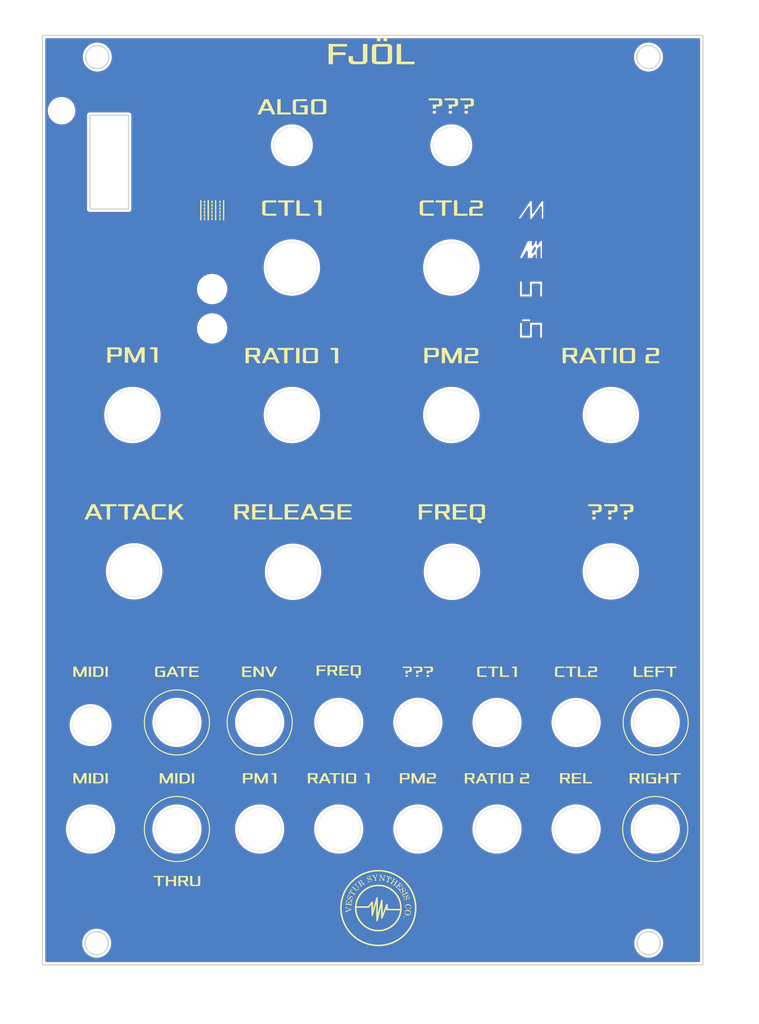
<source format=kicad_pcb>
(kicad_pcb (version 20211014) (generator pcbnew)
  (layers (0 "F.Cu" signal) (31 "B.Cu" signal) (34 "B.Paste" user) (35 "F.Paste" user) (36 "B.SilkS" user "B.Silkscreen") (37 "F.SilkS" user "F.Silkscreen") (38 "B.Mask" user) (39 "F.Mask" user) (44 "Edge.Cuts" user))
  (net 0 "")
  (footprint "vestur-logo:right" (layer "F.Cu") (at 176.098667 113.243528)
    (fp_text reference "G***" hide)
    (fp_text value "LOGO" hide)
  )
  (footprint "vestur-logo:logo-xxsmall" (layer "F.Cu") (at 137.895285 131.1021)
    (fp_text reference "G***" hide)
    (fp_text value "LOGO" hide)
  )
  (footprint "vestur-logo:pm1" (layer "F.Cu") (at 103.8279 54.7175)
    (fp_text reference "G***" hide)
    (fp_text value "LOGO" hide)
  )
  (footprint "vestur-logo:ratio1" (layer "F.Cu") (at 125.864083 54.804161)
    (fp_text reference "G***" hide)
    (fp_text value "LOGO" hide)
  )
  (footprint "vestur-logo:pm2" (layer "F.Cu") (at 147.906615 54.804161)
    (fp_text reference "G***" hide)
    (fp_text value "LOGO" hide)
  )
  (footprint "vestur-logo:ratio2" (layer "F.Cu") (at 169.9768 54.80388)
    (fp_text reference "G***" hide)
    (fp_text value "LOGO" hide)
  )
  (footprint "vestur-logo:release" (layer "F.Cu") (at 126.032 76.406927)
    (fp_text reference "G***" hide)
    (fp_text value "LOGO" hide)
  )
  (footprint "vestur-logo:attack" (layer "F.Cu") (at 104.064119 76.413676)
    (fp_text reference "G***" hide)
    (fp_text value "LOGO" hide)
  )
  (footprint "vestur-logo:freq" (layer "F.Cu") (at 147.995542 76.673539)
    (fp_text reference "G***" hide)
    (fp_text value "LOGO" hide)
  )
  (footprint "vestur-logo:???" (layer "F.Cu") (at 169.960825 76.413777)
    (fp_text reference "G***" hide)
    (fp_text value "LOGO" hide)
  )
  (footprint "vestur-logo:ctl1" (layer "F.Cu") (at 125.860175 34.414633)
    (fp_text reference "G***" hide)
    (fp_text value "LOGO" hide)
  )
  (footprint "vestur-logo:ctl2" (layer "F.Cu") (at 147.907375 34.414633)
    (fp_text reference "G***" hide)
    (fp_text value "LOGO" hide)
  )
  (footprint "vestur-logo:???" (layer "F.Cu") (at 147.909791 20.305177)
    (fp_text reference "G***" hide)
    (fp_text value "LOGO" hide)
  )
  (footprint "vestur-logo:algo" (layer "F.Cu") (at 125.872995 20.419458)
    (fp_text reference "G***" hide)
    (fp_text value "LOGO" hide)
  )
  (footprint "vestur-logo:gate" (layer "F.Cu") (at 109.973586 98.511233)
    (fp_text reference "G***" hide)
    (fp_text value "LOGO" hide)
  )
  (footprint "vestur-logo:env" (layer "F.Cu") (at 121.417505 98.511233)
    (fp_text reference "G***" hide)
    (fp_text value "LOGO" hide)
  )
  (footprint "vestur-logo:ctl1-small" (layer "F.Cu") (at 154.222226 98.511233)
    (fp_text reference "G***" hide)
    (fp_text value "LOGO" hide)
  )
  (footprint "vestur-logo:ctl2-small" (layer "F.Cu") (at 165.159386 98.511233)
    (fp_text reference "G***" hide)
    (fp_text value "LOGO" hide)
  )
  (footprint "vestur-logo:left" (layer "F.Cu") (at 176.1029 98.511233)
    (fp_text reference "G***" hide)
    (fp_text value "LOGO" hide)
  )
  (footprint "vestur-logo:midi" (layer "F.Cu") (at 98.038542 113.243233)
    (fp_text reference "G***" hide)
    (fp_text value "LOGO" hide)
  )
  (footprint "vestur-logo:midi" (layer "F.Cu") (at 109.975702 113.243233)
    (fp_text reference "G***" hide)
    (fp_text value "LOGO" hide)
  )
  (footprint "vestur-logo:thru" (layer "F.Cu") (at 109.97554 127.443506)
    (fp_text reference "G***" hide)
    (fp_text value "LOGO" hide)
  )
  (footprint "vestur-logo:pm1-small" (layer "F.Cu") (at 121.417096 113.243572)
    (fp_text reference "G***" hide)
    (fp_text value "LOGO" hide)
  )
  (footprint "vestur-logo:ratio1-small" (layer "F.Cu") (at 132.350023 113.243518)
    (fp_text reference "G***" hide)
    (fp_text value "LOGO" hide)
  )
  (footprint "vestur-logo:pm2-small" (layer "F.Cu") (at 143.287183 113.243518)
    (fp_text reference "G***" hide)
    (fp_text value "LOGO" hide)
  )
  (footprint "vestur-logo:ratio2-small" (layer "F.Cu") (at 154.228576 113.24333)
    (fp_text reference "G***" hide)
    (fp_text value "LOGO" hide)
  )
  (footprint "vestur-logo:rel" (layer "F.Cu") (at 165.161503 113.243518)
    (fp_text reference "G***" hide)
    (fp_text value "LOGO" hide)
  )
  (footprint "vestur-logo:???-small" (layer "F.Cu") (at 143.289299 98.511596)
    (fp_text reference "G***" hide)
    (fp_text value "LOGO" hide)
  )
  (footprint "vestur-logo:freq-small" (layer "F.Cu") (at 132.350501 98.511571)
    (fp_text reference "G***" hide)
    (fp_text value "LOGO" hide)
  )
  (footprint "vestur-logo:fjol" (layer "F.Cu") (at 136.883232 12.7127)
    (fp_text reference "G***" hide)
    (fp_text value "LOGO" hide)
  )
  (footprint "vestur-logo:midi" (layer "F.Cu") (at 98.038542 98.511233)
    (fp_text reference "G***" hide)
    (fp_text value "LOGO" hide)
  )
  (footprint "vestur-logo:spread" (layer "F.Cu") (at 114.85 34.698931)
    (fp_text reference "G***" hide)
    (fp_text value "LOGO" hide)
  )
  (footprint "vestur-logo:pwm-solderm" (layer "F.Cu") (at 158.934233 51.048117)
    (fp_text reference "G***" hide)
    (fp_text value "LOGO" hide)
    (zone (net 0) (net_name "") (layers F&B.Cu) (connect_pads (clearance 0)) (min_thickness 0.254)
      (keepout (tracks not_allowed) (vias not_allowed) (pads not_allowed) (copperpour not_allowed) (footprints allowed))
      (fill (thermal_gap 0.508) (thermal_bridge_width 0.508))
      (polygon (pts (xy 158.807233 50.053284) (xy 157.706566 50.053284) (xy 157.706566 49.799284) (xy 158.807233 49.799284)))
    )
    (zone (net 0) (net_name "") (layers F&B.Cu) (connect_pads (clearance 0)) (min_thickness 0.254)
      (keepout (tracks not_allowed) (vias not_allowed) (pads not_allowed) (copperpour not_allowed) (footprints allowed))
      (fill (thermal_gap 0.508) (thermal_bridge_width 0.508))
      (polygon (pts (xy 160.458233 52.318117) (xy 160.204697 52.318117) (xy 160.199173 51.434409) (xy 160.193649 50.5507) (xy 159.627441 50.545063) (xy 159.061233 50.539425) (xy 159.061233 52.318117) (xy 157.410233 52.318117) (xy 157.410233 50.286117) (xy 157.663768 50.286117) (xy 157.669292 51.169825) (xy 157.674816 52.053534) (xy 158.796649 52.053534) (xy 158.802166 51.164534) (xy 158.807684 50.275534) (xy 160.458233 50.275534)))
    )
  )
  (footprint "vestur-logo:saw-solderm" (layer "F.Cu") (at 158.934733 34.675)
    (fp_text reference "G***" hide)
    (fp_text value "LOGO" hide)
    (zone (net 0) (net_name "") (layers F&B.Cu) (connect_pads (clearance 0)) (min_thickness 0.254)
      (keepout (tracks not_allowed) (vias not_allowed) (pads not_allowed) (copperpour not_allowed) (footprints allowed))
      (fill (thermal_gap 0.508) (thermal_bridge_width 0.508))
      (polygon (pts (xy 160.628066 35.8815) (xy 160.41681 35.8815) (xy 160.405816 33.87561) (xy 159.719544 34.878555) (xy 159.033271 35.8815) (xy 158.82931 35.8815) (xy 158.823813 34.873844) (xy 158.818316 33.866189) (xy 158.1304 34.873517) (xy 158.004477 35.057635) (xy 157.885639 35.230869) (xy 157.776025 35.390134) (xy 157.677777 35.532345) (xy 157.593034 35.654417) (xy 157.523939 35.753263) (xy 157.472631 35.825799) (xy 157.441251 35.868939) (xy 157.4319 35.880216) (xy 157.408524 35.87085) (xy 157.361016 35.847749) (xy 157.330858 35.832233) (xy 157.240401 35.784879) (xy 158.029358 34.627784) (xy 158.818316 33.470689) (xy 158.929234 33.469594) (xy 159.040152 33.4685) (xy 159.045651 34.468624) (xy 159.05115 35.46875) (xy 159.735001 34.468624) (xy 160.418853 33.4685) (xy 160.628066 33.4685)))
    )
  )
  (footprint "vestur-logo:det-solderm" (layer "F.Cu") (at 158.928942 40.159978)
    (fp_text reference "G***" hide)
    (fp_text value "LOGO" hide)
    (zone (net 0) (net_name "") (layers F&B.Cu) (connect_pads (clearance 0)) (min_thickness 0.254)
      (keepout (tracks not_allowed) (vias not_allowed) (pads not_allowed) (copperpour not_allowed) (footprints allowed))
      (fill (thermal_gap 0.508) (thermal_bridge_width 0.508))
      (polygon (pts (xy 159.733553 39.401991) (xy 159.733831 39.853061) (xy 160.000297 39.403269) (xy 160.266763 38.953478) (xy 160.452942 38.953478) (xy 160.452942 41.366478) (xy 160.262856 41.366478) (xy 160.257357 40.366868) (xy 160.251858 39.367259) (xy 159.992567 39.805227) (xy 159.733275 40.243196) (xy 159.733275 41.366478) (xy 159.585108 41.366478) (xy 159.584865 40.927269) (xy 159.584622 40.488061) (xy 159.325574 40.92613) (xy 159.066525 41.3642) (xy 158.977238 41.365339) (xy 158.887952 41.366478) (xy 158.881988 41.117769) (xy 158.876025 40.869061) (xy 158.75556 41.117769) (xy 158.70623 41.218962) (xy 158.670546 41.288138) (xy 158.643715 41.331386) (xy 158.620944 41.354796) (xy 158.597437 41.364458) (xy 158.568402 41.36646) (xy 158.559768 41.366478) (xy 158.484442 41.366478) (xy 158.484398 40.001228) (xy 158.079 40.678561) (xy 157.987299 40.831721) (xy 157.902581 40.973116) (xy 157.827268 41.098712) (xy 157.763782 41.204472) (xy 157.714548 41.28636) (xy 157.681987 41.340341) (xy 157.668522 41.362378) (xy 157.668333 41.362652) (xy 157.648866 41.358134) (xy 157.618024 41.341486) (xy 157.579889 41.324814) (xy 157.558098 41.337514) (xy 157.557014 41.339195) (xy 157.535597 41.350777) (xy 157.496143 41.334831) (xy 157.478285 41.323659) (xy 157.436495 41.291498) (xy 157.41596 41.266381) (xy 157.415525 41.263911) (xy 157.424286 41.241911) (xy 157.449527 41.185001) (xy 157.489683 41.096568) (xy 157.54319 40.979996) (xy 157.608485 40.838672) (xy 157.684003 40.675981) (xy 157.768179 40.495309) (xy 157.781461 40.466894) (xy 157.955275 40.466894) (xy 157.965858 40.477478) (xy 157.976442 40.466894) (xy 157.965858 40.456311) (xy 157.955275 40.466894) (xy 157.781461 40.466894) (xy 157.801633 40.423737) (xy 157.992772 40.423737) (xy 157.993616 40.424434) (xy 158.009689 40.400716) (xy 158.043938 40.346208) (xy 158.092924 40.266519) (xy 158.153206 40.16726) (xy 158.221348 40.05404) (xy 158.248548 40.008588) (xy 158.325998 39.878579) (xy 158.384302 39.778881) (xy 158.397312 39.755458) (xy 158.632608 39.755458) (xy 158.63349 40.365176) (xy 158.634371 40.974894) (xy 158.739502 40.754501) (xy 158.755373 40.720312) (xy 159.056153 40.720312) (xy 159.056626 40.826583) (xy 159.058728 40.895872) (xy 159.063167 40.93352) (xy 159.070649 40.944871) (xy 159.081882 40.935264) (xy 159.084183 40.931979) (xy 159.103134 40.901926) (xy 159.140152 40.841504) (xy 159.191611 40.756695) (xy 159.253885 40.653484) (xy 159.323348 40.537853) (xy 159.348767 40.495421) (xy 159.585108 40.100614) (xy 159.584897 39.722838) (xy 159.584685 39.345061) (xy 159.320525 39.905978) (xy 159.056365 40.466894) (xy 159.056153 40.720312) (xy 158.755373 40.720312) (xy 158.784173 40.658269) (xy 158.823744 40.568312) (xy 158.853362 40.495937) (xy 158.866668 40.458168) (xy 158.873678 40.410654) (xy 158.878898 40.325321) (xy 158.88221 40.206646) (xy 158.883495 40.05911) (xy 158.882635 39.887192) (xy 158.882364 39.863644) (xy 158.876025 39.345061) (xy 158.754317 39.550259) (xy 158.632608 39.755458) (xy 158.397312 39.755458) (xy 158.426152 39.703536) (xy 158.454239 39.646588) (xy 158.471255 39.602081) (xy 158.479891 39.564058) (xy 158.482838 39.526562) (xy 158.482873 39.490004) (xy 158.481305 39.366228) (xy 158.421819 39.493228) (xy 158.394586 39.551306) (xy 158.353122 39.63966) (xy 158.301198 39.750252) (xy 158.242589 39.875046) (xy 158.181069 40.006004) (xy 158.168455 40.032851) (xy 158.112749 40.15226) (xy 158.065031 40.256195) (xy 158.027598 40.339514) (xy 158.002747 40.397076) (xy 157.992772 40.423737) (xy 157.801633 40.423737) (xy 157.85945 40.300041) (xy 157.953509 40.099405) (xy 158.491494 38.953478) (xy 158.63102 38.953478) (xy 158.637106 39.149269) (xy 158.643192 39.345061) (xy 158.758691 39.149269) (xy 158.87419 38.953478) (xy 159.055239 38.953478) (xy 159.060882 39.507054) (xy 159.066525 40.060631) (xy 159.578571 38.964061) (xy 159.655923 38.957491) (xy 159.733275 38.950923)))
    )
  )
  (footprint "vestur-logo:square-solderm" (layer "F.Cu") (at 158.934233 45.598117)
    (fp_text reference "G***" hide)
    (fp_text value "LOGO" hide)
    (zone (net 0) (net_name "") (layers F&B.Cu) (connect_pads (clearance 0)) (min_thickness 0.254)
      (keepout (tracks not_allowed) (vias not_allowed) (pads not_allowed) (copperpour not_allowed) (footprints allowed))
      (fill (thermal_gap 0.508) (thermal_bridge_width 0.508))
      (polygon (pts (xy 157.664233 46.360117) (xy 158.786066 46.360117) (xy 158.786066 44.582117) (xy 160.458233 44.582117) (xy 160.458233 46.635283) (xy 160.204233 46.635283) (xy 160.204233 44.857283) (xy 159.061233 44.857283) (xy 159.061233 46.635283) (xy 157.410233 46.635283) (xy 157.410233 44.582117) (xy 157.664233 44.582117)))
    )
  )
  (footprint "vestur-logo:square-flipped" (layer "B.Cu") (at 158.934233 45.598117 180)
    (fp_text reference "G***" hide)
    (fp_text value "LOGO" hide)
  )
  (footprint "vestur-logo:saw-flipped" (layer "B.Cu") (at 158.945195 34.665515 180)
    (fp_text reference "G***" hide)
    (fp_text value "LOGO" hide)
  )
  (footprint "vestur-logo:pwm-flipped" (layer "B.Cu") (at 158.934233 51.048117 180)
    (fp_text reference "G***" hide)
    (fp_text value "LOGO" hide)
  )
  (footprint "vestur-logo:det-flipped" (layer "B.Cu") (at 158.928941 40.159978 180)
    (fp_text reference "G***" hide)
    (fp_text value "LOGO" hide)
  )
  (footprint "vestur-logo:res-solderm" (layer "B.Cu") (at 114.861866 40.148515 180)
    (fp_text reference "G***" hide)
    (fp_text value "LOGO" hide)
  )
  (gr_circle (center 176.1029 120.257149) (end 180.6029 120.257149) (layer "F.SilkS") (width 0.15) (fill none))
  (gr_circle (center 109.979936 105.525149) (end 114.479936 105.525149) (layer "F.SilkS") (width 0.15) (fill none))
  (gr_circle (center 109.979936 120.257149) (end 114.479936 120.257149) (layer "F.SilkS") (width 0.15) (fill none))
  (gr_circle (center 176.1617 105.525149) (end 180.6617 105.525149) (layer "F.SilkS") (width 0.15) (fill none))
  (gr_circle (center 121.417096 105.514449) (end 125.917096 105.514449) (layer "F.SilkS") (width 0.15) (fill none))
  (gr_circle (center 165.165736 105.525149) (end 168.165736 105.525149) (layer "Edge.Cuts") (width 0.05) (fill none))
  (gr_circle (center 147.912965 63.021) (end 151.412965 63.021) (layer "Edge.Cuts") (width 0.05) (fill none))
  (gr_circle (center 125.870433 63.021) (end 129.370433 63.021) (layer "Edge.Cuts") (width 0.05) (fill none))
  (gr_circle (center 121.417096 120.257149) (end 124.417096 120.257149) (layer "Edge.Cuts") (width 0.05) (fill none))
  (gr_circle (center 154.228576 120.257149) (end 157.228576 120.257149) (layer "Edge.Cuts") (width 0.05) (fill none))
  (gr_circle (center 169.9768 63.021) (end 173.4768 63.021) (layer "Edge.Cuts") (width 0.05) (fill none))
  (gr_circle (center 176.1029 120.257149) (end 179.1029 120.257149) (layer "Edge.Cuts") (width 0.05) (fill none))
  (gr_circle (center 165.165736 120.257149) (end 168.165736 120.257149) (layer "Edge.Cuts") (width 0.05) (fill none))
  (gr_circle (center 176.1029 105.525149) (end 179.1029 105.525149) (layer "Edge.Cuts") (width 0.05) (fill none))
  (gr_circle (center 103.8279 63.021) (end 107.3279 63.021) (layer "Edge.Cuts") (width 0.05) (fill none))
  (gr_circle (center 147.912966 25.7337) (end 150.412966 25.7337) (layer "Edge.Cuts") (width 0.05) (fill none))
  (gr_circle (center 98.042776 120.257149) (end 101.042776 120.257149) (layer "Edge.Cuts") (width 0.05) (fill none))
  (gr_circle (center 109.979936 105.525149) (end 112.979936 105.525149) (layer "Edge.Cuts") (width 0.05) (fill none))
  (gr_circle (center 143.291416 120.257149) (end 146.291416 120.257149) (layer "Edge.Cuts") (width 0.05) (fill none))
  (gr_circle (center 147.998 84.694) (end 151.498 84.694) (layer "Edge.Cuts") (width 0.05) (fill none))
  (gr_circle (center 126.032 84.694) (end 129.532 84.694) (layer "Edge.Cuts") (width 0.05) (fill none))
  (gr_circle (center 169.964 84.6455) (end 173.464 84.6455) (layer "Edge.Cuts") (width 0.05) (fill none))
  (gr_circle (center 104.066 84.6305) (end 107.566 84.6305) (layer "Edge.Cuts") (width 0.05) (fill none))
  (gr_line (start 182.7022 10.541) (end 182.7022 139.041) (layer "Edge.Cuts") (width 0.1524))
  (gr_line (start 91.3892 10.541) (end 182.7022 10.541) (layer "Edge.Cuts") (width 0.1524))
  (gr_line (start 91.3892 139.041) (end 91.3892 10.541) (layer "Edge.Cuts") (width 0.1524))
  (gr_line (start 182.7022 139.041) (end 91.3892 139.041) (layer "Edge.Cuts") (width 0.1524))
  (gr_line (start 97.949362 21.59) (end 103.283362 21.59) (layer "Edge.Cuts") (width 0.1524))
  (gr_line (start 97.949362 34.544) (end 97.949362 21.59) (layer "Edge.Cuts") (width 0.1524))
  (gr_line (start 97.949362 34.544) (end 103.283362 34.544) (layer "Edge.Cuts") (width 0.1524))
  (gr_line (start 103.283362 21.59) (end 103.283362 34.544) (layer "Edge.Cuts") (width 0.1524))
  (gr_circle (center 132.354256 120.257149) (end 135.354256 120.257149) (layer "Edge.Cuts") (width 0.05) (fill none))
  (gr_circle (center 109.979936 120.257149) (end 112.979936 120.257149) (layer "Edge.Cuts") (width 0.05) (fill none))
  (gr_circle (center 154.228576 105.525149) (end 157.228576 105.525149) (layer "Edge.Cuts") (width 0.05) (fill none))
  (gr_circle (center 94.036362 20.955) (end 95.536362 20.955) (layer "Edge.Cuts") (width 0.01) (fill none))
  (gr_circle (center 98.042776 105.8837) (end 100.542776 105.8837) (layer "Edge.Cuts") (width 0.05) (fill none))
  (gr_circle (center 143.291416 105.514449) (end 146.291416 105.514449) (layer "Edge.Cuts") (width 0.05) (fill none))
  (gr_circle (center 121.417096 105.514449) (end 124.417096 105.514449) (layer "Edge.Cuts") (width 0.05) (fill none))
  (gr_circle (center 147.9169 42.6339) (end 151.4169 42.6339) (layer "Edge.Cuts") (width 0.05) (fill none))
  (gr_circle (center 125.870433 25.7337) (end 128.370433 25.7337) (layer "Edge.Cuts") (width 0.05) (fill none))
  (gr_circle (center 98.8892 136.041) (end 100.4892 136.041) (layer "Edge.Cuts") (width 0.2) (fill none))
  (gr_circle (center 98.970971 13.541) (end 100.570971 13.541) (layer "Edge.Cuts") (width 0.2) (fill none))
  (gr_circle (center 175.2022 136.041) (end 176.8022 136.041) (layer "Edge.Cuts") (width 0.2) (fill none))
  (gr_circle (center 132.354256 105.514449) (end 135.354256 105.514449) (layer "Edge.Cuts") (width 0.05) (fill none))
  (gr_circle (center 175.170971 13.541) (end 176.770971 13.541) (layer "Edge.Cuts") (width 0.2) (fill none))
  (gr_circle (center 125.8697 42.6339) (end 129.3697 42.6339) (layer "Edge.Cuts") (width 0.05) (fill none))
  (zone (net 0) (net_name "") (layer "F.Cu") (connect_pads (clearance 0.4064)) (min_thickness 0.254) (fill yes (thermal_gap 0.508) (thermal_bridge_width 0.508))
    (polygon (pts (xy 188.722 7.2009) (xy 86.9061 5.6515) (xy 88.2904 144.4625) (xy 187.5155 146.0246)))
  )
  (zone (net 0) (net_name "") (layers F&B.Cu) (connect_pads (clearance 0)) (min_thickness 0.254)
    (keepout (tracks not_allowed) (vias not_allowed) (pads not_allowed) (copperpour not_allowed) (footprints allowed))
    (fill (thermal_gap 0.508) (thermal_bridge_width 0.508))
    (polygon (pts (xy 116.954073 45.6087) (xy 116.934598 45.323031) (xy 116.876534 45.042649) (xy 116.780954 44.772741) (xy 116.649628 44.518301) (xy 116.484986 44.284039) (xy 116.290074 44.074289) (xy 116.068499 43.892932) (xy 115.824361 43.743324) (xy 115.562178 43.628233) (xy 115.286801 43.54979) (xy 115.003326 43.509446) (xy 114.716998 43.507947) (xy 114.433116 43.54532) (xy 114.156932 43.620876) (xy 113.893558 43.733214) (xy 113.647867 43.880257) (xy 113.424405 44.059284) (xy 113.227307 44.266982) (xy 113.060221 44.499507) (xy 112.926238 44.752557) (xy 112.827837 45.02145) (xy 112.76684 45.301209) (xy 112.744374 45.586658) (xy 112.760857 45.872515) (xy 112.815982 46.15349) (xy 112.90873 46.424384) (xy 113.037384 46.680185) (xy 113.199564 46.916158) (xy 113.392269 47.127938) (xy 113.611933 47.311606) (xy 113.854491 47.463762) (xy 114.115454 47.581591) (xy 114.389995 47.662914) (xy 114.673032 47.706225) (xy 114.959328 47.710722) (xy 115.243586 47.676323) (xy 115.520546 47.603664) (xy 115.785082 47.49409) (xy 116.032299 47.349628) (xy 116.257624 47.172951) (xy 116.456886 46.967328) (xy 116.626398 46.736566) (xy 116.763023 46.484932) (xy 116.864235 46.217085) (xy 116.928158 45.93798) (xy 116.953611 45.652782)))
  )
  (zone (net 0) (net_name "") (layers F&B.Cu) (connect_pads (clearance 0)) (min_thickness 0.254)
    (keepout (tracks not_allowed) (vias not_allowed) (pads not_allowed) (copperpour not_allowed) (footprints allowed))
    (fill (thermal_gap 0.508) (thermal_bridge_width 0.508))
    (polygon (pts (xy 116.954073 51.0587) (xy 116.934598 50.773031) (xy 116.876534 50.492649) (xy 116.780954 50.222741) (xy 116.649628 49.968301) (xy 116.484986 49.734039) (xy 116.290074 49.524289) (xy 116.068499 49.342932) (xy 115.824361 49.193324) (xy 115.562178 49.078233) (xy 115.286801 48.99979) (xy 115.003326 48.959446) (xy 114.716998 48.957947) (xy 114.433116 48.99532) (xy 114.156932 49.070876) (xy 113.893558 49.183214) (xy 113.647867 49.330257) (xy 113.424405 49.509284) (xy 113.227307 49.716982) (xy 113.060221 49.949507) (xy 112.926238 50.202557) (xy 112.827837 50.47145) (xy 112.76684 50.751209) (xy 112.744374 51.036658) (xy 112.760857 51.322515) (xy 112.815982 51.60349) (xy 112.90873 51.874384) (xy 113.037384 52.130185) (xy 113.199564 52.366158) (xy 113.392269 52.577938) (xy 113.611933 52.761606) (xy 113.854491 52.913762) (xy 114.115454 53.031591) (xy 114.389995 53.112914) (xy 114.673032 53.156225) (xy 114.959328 53.160722) (xy 115.243586 53.126323) (xy 115.520546 53.053664) (xy 115.785082 52.94409) (xy 116.032299 52.799628) (xy 116.257624 52.622951) (xy 116.456886 52.417328) (xy 116.626398 52.186566) (xy 116.763023 51.934932) (xy 116.864235 51.667085) (xy 116.928158 51.38798) (xy 116.953611 51.102782)))
  )
  (zone (net 0) (net_name "") (layer "B.Cu") (connect_pads (clearance 0.4064)) (min_thickness 0.254) (fill yes (thermal_gap 0.508) (thermal_bridge_width 0.508))
    (polygon (pts (xy 190.4492 147.2311) (xy 85.5218 145.5039) (xy 86.3854 5.9944) (xy 190.4492 9.271)))
  )
)
</source>
